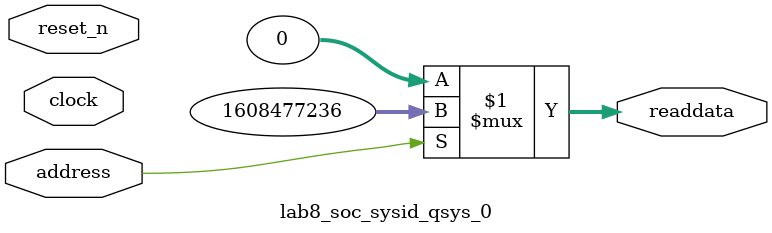
<source format=v>



// synthesis translate_off
`timescale 1ns / 1ps
// synthesis translate_on

// turn off superfluous verilog processor warnings 
// altera message_level Level1 
// altera message_off 10034 10035 10036 10037 10230 10240 10030 

module lab8_soc_sysid_qsys_0 (
               // inputs:
                address,
                clock,
                reset_n,

               // outputs:
                readdata
             )
;

  output  [ 31: 0] readdata;
  input            address;
  input            clock;
  input            reset_n;

  wire    [ 31: 0] readdata;
  //control_slave, which is an e_avalon_slave
  assign readdata = address ? 1608477236 : 0;

endmodule



</source>
